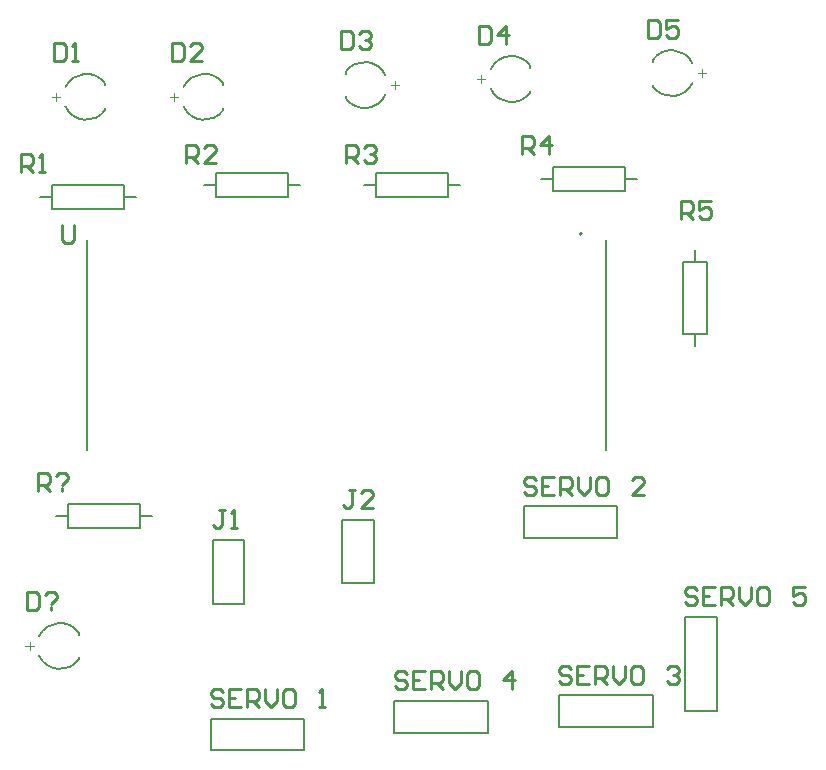
<source format=gto>
G04*
G04 #@! TF.GenerationSoftware,Altium Limited,Altium Designer,22.6.1 (34)*
G04*
G04 Layer_Color=65535*
%FSLAX24Y24*%
%MOIN*%
G70*
G04*
G04 #@! TF.SameCoordinates,6E773C18-5622-4DD5-A5AB-6A1A1A176540*
G04*
G04*
G04 #@! TF.FilePolarity,Positive*
G04*
G01*
G75*
%ADD10C,0.0079*%
%ADD11C,0.0059*%
%ADD12C,0.0050*%
%ADD13C,0.0039*%
%ADD14C,0.0100*%
D10*
X19461Y19252D02*
G03*
X19461Y19252I-39J0D01*
G01*
X7148Y9039D02*
X8207D01*
X7148Y6921D02*
Y9039D01*
Y6921D02*
X8207D01*
Y9039D01*
X11478Y7602D02*
X12537D01*
Y9720D01*
X11478D02*
X12537D01*
X11478Y7602D02*
Y9720D01*
X4184Y20472D02*
X4584D01*
X1384D02*
X1784D01*
Y20072D02*
X4184D01*
Y20872D01*
X1784D02*
X4184D01*
X1784Y20072D02*
Y20872D01*
X6865Y20866D02*
X7265D01*
X9665D02*
X10065D01*
X7265Y21266D02*
X9665D01*
X7265Y20466D02*
Y21266D01*
Y20466D02*
X9665D01*
Y21266D01*
X7087Y2030D02*
Y3089D01*
Y2030D02*
X10205D01*
Y3089D01*
X7087D02*
X10205D01*
X12211Y20866D02*
X12611D01*
X15011D02*
X15411D01*
X12611Y21266D02*
X15011D01*
X12611Y20466D02*
Y21266D01*
Y20466D02*
X15011D01*
Y21266D01*
X17520Y9116D02*
Y10175D01*
Y9116D02*
X20638D01*
Y10175D01*
X17520D02*
X20638D01*
X20885Y21063D02*
X21285D01*
X18085D02*
X18485D01*
Y20663D02*
X20885D01*
Y21463D01*
X18485D02*
X20885D01*
X18485Y20663D02*
Y21463D01*
X18701Y2817D02*
Y3876D01*
Y2817D02*
X21819D01*
Y3876D01*
X18701D02*
X21819D01*
X23228Y18326D02*
Y18726D01*
Y15526D02*
Y15926D01*
X23628D02*
Y18326D01*
X22828D02*
X23628D01*
X22828Y15926D02*
Y18326D01*
Y15926D02*
X23628D01*
X16323Y2620D02*
Y3679D01*
X13205D02*
X16323D01*
X13205Y2620D02*
Y3679D01*
Y2620D02*
X16323D01*
X4743Y9843D02*
X5143D01*
X1943D02*
X2343D01*
Y9443D02*
X4743D01*
Y10243D01*
X2343D02*
X4743D01*
X2343Y9443D02*
Y10243D01*
X22896Y3362D02*
X23955D01*
Y6480D01*
X22896D02*
X23955D01*
X22896Y3362D02*
Y6480D01*
D11*
X3571Y24257D02*
G03*
X2245Y24144I-630J-438D01*
G01*
Y23494D02*
G03*
X3571Y23380I696J325D01*
G01*
X6182Y23494D02*
G03*
X7508Y23380I696J325D01*
G01*
Y24257D02*
G03*
X6182Y24144I-630J-438D01*
G01*
X12912Y24537D02*
G03*
X11586Y24651I-696J-325D01*
G01*
Y23774D02*
G03*
X12912Y23888I630J438D01*
G01*
X16419Y24085D02*
G03*
X17744Y23971I696J325D01*
G01*
Y24848D02*
G03*
X16419Y24734I-630J-438D01*
G01*
X23148Y24931D02*
G03*
X21823Y25045I-696J-325D01*
G01*
Y24168D02*
G03*
X23148Y24281I630J438D01*
G01*
X2693Y5950D02*
G03*
X1367Y5837I-630J-438D01*
G01*
Y5187D02*
G03*
X2693Y5073I696J325D01*
G01*
X3571Y24201D02*
Y24257D01*
Y23381D02*
Y23437D01*
X7508Y23381D02*
Y23437D01*
Y24201D02*
Y24257D01*
X11587Y24594D02*
Y24651D01*
Y23774D02*
Y23831D01*
X17744Y23971D02*
Y24028D01*
Y24791D02*
Y24848D01*
X21823Y24988D02*
Y25045D01*
Y24168D02*
Y24224D01*
X2693Y5894D02*
Y5950D01*
Y5074D02*
Y5130D01*
D12*
X20276Y12051D02*
Y19051D01*
X2953Y12051D02*
Y19051D01*
D13*
X1926Y23951D02*
Y23681D01*
X1791Y23816D02*
X2061D01*
X5863Y23951D02*
Y23681D01*
X5728Y23816D02*
X5998D01*
X13231Y24080D02*
Y24350D01*
X13366Y24215D02*
X13096D01*
X16100Y24542D02*
Y24272D01*
X15965Y24407D02*
X16234D01*
X23467Y24474D02*
Y24744D01*
X23602Y24609D02*
X23332D01*
X1048Y5644D02*
Y5374D01*
X913Y5509D02*
X1183D01*
D14*
X2140Y19540D02*
Y19040D01*
X2240Y18940D01*
X2440D01*
X2540Y19040D01*
Y19540D01*
X23310Y7370D02*
X23210Y7470D01*
X23010D01*
X22910Y7370D01*
Y7270D01*
X23010Y7170D01*
X23210D01*
X23310Y7070D01*
Y6970D01*
X23210Y6870D01*
X23010D01*
X22910Y6970D01*
X23910Y7470D02*
X23510D01*
Y6870D01*
X23910D01*
X23510Y7170D02*
X23710D01*
X24110Y6870D02*
Y7470D01*
X24410D01*
X24509Y7370D01*
Y7170D01*
X24410Y7070D01*
X24110D01*
X24310D02*
X24509Y6870D01*
X24709Y7470D02*
Y7070D01*
X24909Y6870D01*
X25109Y7070D01*
Y7470D01*
X25609D02*
X25409D01*
X25309Y7370D01*
Y6970D01*
X25409Y6870D01*
X25609D01*
X25709Y6970D01*
Y7370D01*
X25609Y7470D01*
X26909D02*
X26509D01*
Y7170D01*
X26709Y7270D01*
X26809D01*
X26909Y7170D01*
Y6970D01*
X26809Y6870D01*
X26609D01*
X26509Y6970D01*
X13620Y4570D02*
X13520Y4670D01*
X13320D01*
X13220Y4570D01*
Y4470D01*
X13320Y4370D01*
X13520D01*
X13620Y4270D01*
Y4170D01*
X13520Y4070D01*
X13320D01*
X13220Y4170D01*
X14220Y4670D02*
X13820D01*
Y4070D01*
X14220D01*
X13820Y4370D02*
X14020D01*
X14420Y4070D02*
Y4670D01*
X14720D01*
X14819Y4570D01*
Y4370D01*
X14720Y4270D01*
X14420D01*
X14620D02*
X14819Y4070D01*
X15019Y4670D02*
Y4270D01*
X15219Y4070D01*
X15419Y4270D01*
Y4670D01*
X15919D02*
X15719D01*
X15619Y4570D01*
Y4170D01*
X15719Y4070D01*
X15919D01*
X16019Y4170D01*
Y4570D01*
X15919Y4670D01*
X17119Y4070D02*
Y4670D01*
X16819Y4370D01*
X17219D01*
X19110Y4760D02*
X19010Y4860D01*
X18810D01*
X18710Y4760D01*
Y4660D01*
X18810Y4560D01*
X19010D01*
X19110Y4460D01*
Y4360D01*
X19010Y4260D01*
X18810D01*
X18710Y4360D01*
X19710Y4860D02*
X19310D01*
Y4260D01*
X19710D01*
X19310Y4560D02*
X19510D01*
X19910Y4260D02*
Y4860D01*
X20210D01*
X20309Y4760D01*
Y4560D01*
X20210Y4460D01*
X19910D01*
X20110D02*
X20309Y4260D01*
X20509Y4860D02*
Y4460D01*
X20709Y4260D01*
X20909Y4460D01*
Y4860D01*
X21409D02*
X21209D01*
X21109Y4760D01*
Y4360D01*
X21209Y4260D01*
X21409D01*
X21509Y4360D01*
Y4760D01*
X21409Y4860D01*
X22309Y4760D02*
X22409Y4860D01*
X22609D01*
X22709Y4760D01*
Y4660D01*
X22609Y4560D01*
X22509D01*
X22609D01*
X22709Y4460D01*
Y4360D01*
X22609Y4260D01*
X22409D01*
X22309Y4360D01*
X17930Y11060D02*
X17830Y11160D01*
X17630D01*
X17530Y11060D01*
Y10960D01*
X17630Y10860D01*
X17830D01*
X17930Y10760D01*
Y10660D01*
X17830Y10560D01*
X17630D01*
X17530Y10660D01*
X18530Y11160D02*
X18130D01*
Y10560D01*
X18530D01*
X18130Y10860D02*
X18330D01*
X18730Y10560D02*
Y11160D01*
X19030D01*
X19129Y11060D01*
Y10860D01*
X19030Y10760D01*
X18730D01*
X18930D02*
X19129Y10560D01*
X19329Y11160D02*
Y10760D01*
X19529Y10560D01*
X19729Y10760D01*
Y11160D01*
X20229D02*
X20029D01*
X19929Y11060D01*
Y10660D01*
X20029Y10560D01*
X20229D01*
X20329Y10660D01*
Y11060D01*
X20229Y11160D01*
X21529Y10560D02*
X21129D01*
X21529Y10960D01*
Y11060D01*
X21429Y11160D01*
X21229D01*
X21129Y11060D01*
X7500Y3980D02*
X7400Y4080D01*
X7200D01*
X7100Y3980D01*
Y3880D01*
X7200Y3780D01*
X7400D01*
X7500Y3680D01*
Y3580D01*
X7400Y3480D01*
X7200D01*
X7100Y3580D01*
X8100Y4080D02*
X7700D01*
Y3480D01*
X8100D01*
X7700Y3780D02*
X7900D01*
X8300Y3480D02*
Y4080D01*
X8600D01*
X8699Y3980D01*
Y3780D01*
X8600Y3680D01*
X8300D01*
X8500D02*
X8699Y3480D01*
X8899Y4080D02*
Y3680D01*
X9099Y3480D01*
X9299Y3680D01*
Y4080D01*
X9799D02*
X9599D01*
X9499Y3980D01*
Y3580D01*
X9599Y3480D01*
X9799D01*
X9899Y3580D01*
Y3980D01*
X9799Y4080D01*
X10699Y3480D02*
X10899D01*
X10799D01*
Y4080D01*
X10699Y3980D01*
X1330Y10690D02*
Y11290D01*
X1630D01*
X1730Y11190D01*
Y10990D01*
X1630Y10890D01*
X1330D01*
X1530D02*
X1730Y10690D01*
X1930Y11190D02*
X2030Y11290D01*
X2230D01*
X2330Y11190D01*
Y11090D01*
X2130Y10890D01*
Y10790D02*
Y10690D01*
X22780Y19740D02*
Y20340D01*
X23080D01*
X23180Y20240D01*
Y20040D01*
X23080Y19940D01*
X22780D01*
X22980D02*
X23180Y19740D01*
X23780Y20340D02*
X23380D01*
Y20040D01*
X23580Y20140D01*
X23680D01*
X23780Y20040D01*
Y19840D01*
X23680Y19740D01*
X23480D01*
X23380Y19840D01*
X17470Y21910D02*
Y22510D01*
X17770D01*
X17870Y22410D01*
Y22210D01*
X17770Y22110D01*
X17470D01*
X17670D02*
X17870Y21910D01*
X18370D02*
Y22510D01*
X18070Y22210D01*
X18470D01*
X11600Y21620D02*
Y22220D01*
X11900D01*
X12000Y22120D01*
Y21920D01*
X11900Y21820D01*
X11600D01*
X11800D02*
X12000Y21620D01*
X12200Y22120D02*
X12300Y22220D01*
X12500D01*
X12600Y22120D01*
Y22020D01*
X12500Y21920D01*
X12400D01*
X12500D01*
X12600Y21820D01*
Y21720D01*
X12500Y21620D01*
X12300D01*
X12200Y21720D01*
X6250Y21620D02*
Y22220D01*
X6550D01*
X6650Y22120D01*
Y21920D01*
X6550Y21820D01*
X6250D01*
X6450D02*
X6650Y21620D01*
X7250D02*
X6850D01*
X7250Y22020D01*
Y22120D01*
X7150Y22220D01*
X6950D01*
X6850Y22120D01*
X770Y21320D02*
Y21920D01*
X1070D01*
X1170Y21820D01*
Y21620D01*
X1070Y21520D01*
X770D01*
X970D02*
X1170Y21320D01*
X1370D02*
X1570D01*
X1470D01*
Y21920D01*
X1370Y21820D01*
X11890Y10710D02*
X11690D01*
X11790D01*
Y10210D01*
X11690Y10110D01*
X11590D01*
X11490Y10210D01*
X12490Y10110D02*
X12090D01*
X12490Y10510D01*
Y10610D01*
X12390Y10710D01*
X12190D01*
X12090Y10610D01*
X7560Y10030D02*
X7360D01*
X7460D01*
Y9530D01*
X7360Y9430D01*
X7260D01*
X7160Y9530D01*
X7760Y9430D02*
X7960D01*
X7860D01*
Y10030D01*
X7760Y9930D01*
X970Y7300D02*
Y6700D01*
X1270D01*
X1370Y6800D01*
Y7200D01*
X1270Y7300D01*
X970D01*
X1570Y7200D02*
X1670Y7300D01*
X1870D01*
X1970Y7200D01*
Y7100D01*
X1770Y6900D01*
Y6800D02*
Y6700D01*
X21660Y26390D02*
Y25790D01*
X21960D01*
X22060Y25890D01*
Y26290D01*
X21960Y26390D01*
X21660D01*
X22660D02*
X22260D01*
Y26090D01*
X22460Y26190D01*
X22560D01*
X22660Y26090D01*
Y25890D01*
X22560Y25790D01*
X22360D01*
X22260Y25890D01*
X16030Y26190D02*
Y25590D01*
X16330D01*
X16430Y25690D01*
Y26090D01*
X16330Y26190D01*
X16030D01*
X16930Y25590D02*
Y26190D01*
X16630Y25890D01*
X17030D01*
X11420Y26000D02*
Y25400D01*
X11720D01*
X11820Y25500D01*
Y25900D01*
X11720Y26000D01*
X11420D01*
X12020Y25900D02*
X12120Y26000D01*
X12320D01*
X12420Y25900D01*
Y25800D01*
X12320Y25700D01*
X12220D01*
X12320D01*
X12420Y25600D01*
Y25500D01*
X12320Y25400D01*
X12120D01*
X12020Y25500D01*
X5790Y25600D02*
Y25000D01*
X6090D01*
X6190Y25100D01*
Y25500D01*
X6090Y25600D01*
X5790D01*
X6790Y25000D02*
X6390D01*
X6790Y25400D01*
Y25500D01*
X6690Y25600D01*
X6490D01*
X6390Y25500D01*
X1850Y25600D02*
Y25000D01*
X2150D01*
X2250Y25100D01*
Y25500D01*
X2150Y25600D01*
X1850D01*
X2450Y25000D02*
X2650D01*
X2550D01*
Y25600D01*
X2450Y25500D01*
M02*

</source>
